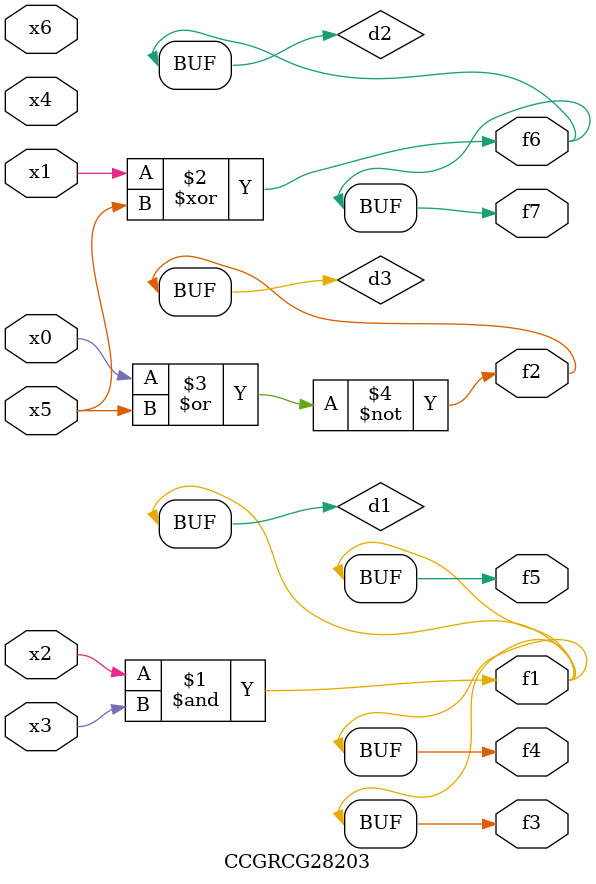
<source format=v>
module CCGRCG28203(
	input x0, x1, x2, x3, x4, x5, x6,
	output f1, f2, f3, f4, f5, f6, f7
);

	wire d1, d2, d3;

	and (d1, x2, x3);
	xor (d2, x1, x5);
	nor (d3, x0, x5);
	assign f1 = d1;
	assign f2 = d3;
	assign f3 = d1;
	assign f4 = d1;
	assign f5 = d1;
	assign f6 = d2;
	assign f7 = d2;
endmodule

</source>
